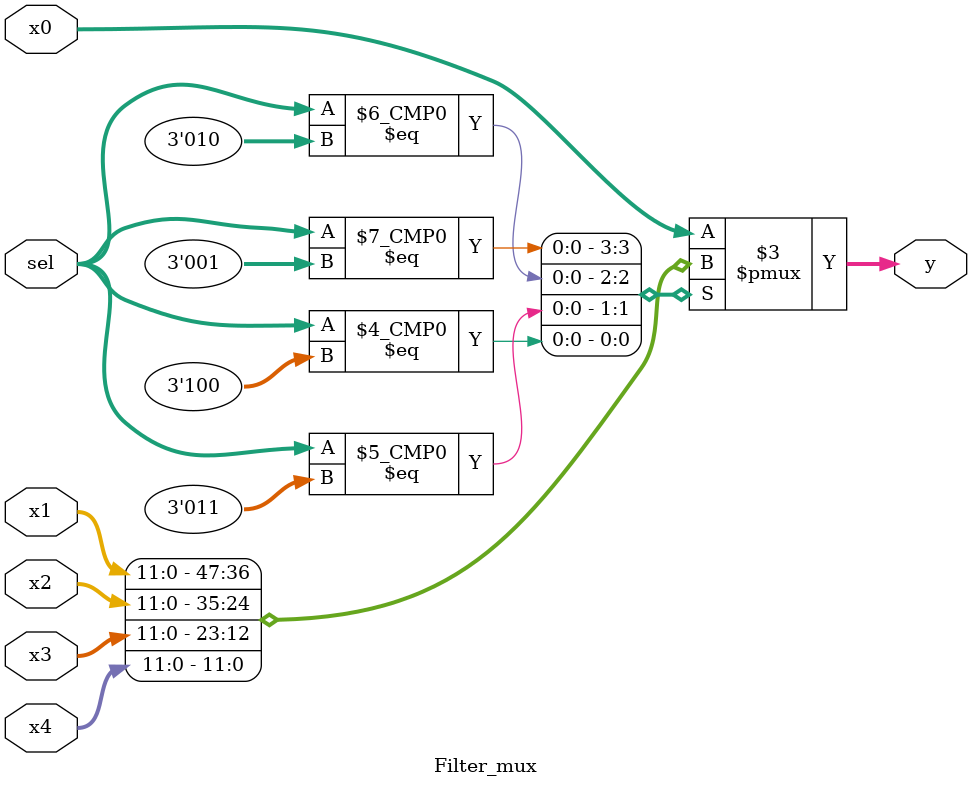
<source format=sv>
`timescale 1ns / 1ps

module Filter_mux (
    input  logic [ 2:0] sel,
    input  logic [11:0] x0,
    input  logic [11:0] x1,
    input  logic [11:0] x2,
    input  logic [11:0] x3,
    input  logic [11:0] x4,
    output logic [11:0] y
);

    always_comb begin
        case (sel)
            3'd0: y = x0;
            3'd1: y = x1;
            3'd2: y = x2;
            3'd3: y = x3;
            3'd4: y = x4;
            default: y = x0;
        endcase
    end
endmodule

</source>
